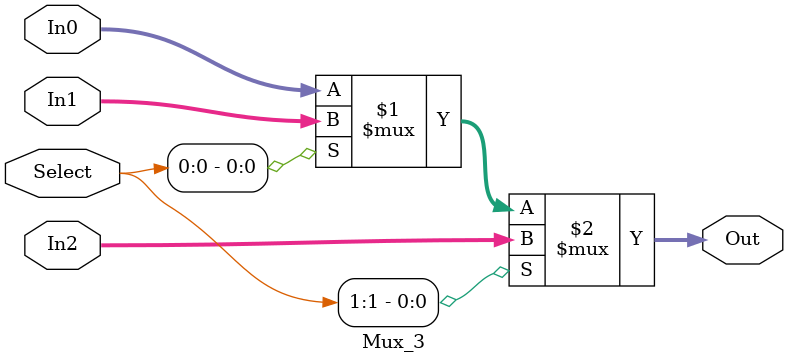
<source format=v>
`timescale 1ns / 1ps


module Mux_3 #(
    parameter WIDTH = 8
    )
	(
	input [WIDTH-1:0] In0, In1,In2, 
	input [1:0] Select, 
	output [WIDTH-1:0] Out
	);

	 assign Out = Select[1] ? In2 : (Select[0] ? In1 : In0);

endmodule

</source>
